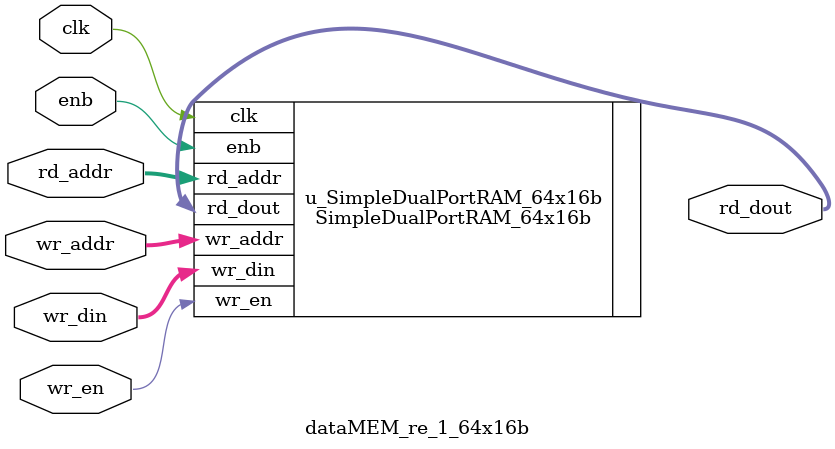
<source format=v>



`timescale 1 ns / 1 ns

module dataMEM_re_1_64x16b
          (
           clk,
           enb,
           wr_din,
           wr_addr,
           wr_en,
           rd_addr,
           rd_dout
          );


  input   clk;
  input   enb;
  input   signed [15:0] wr_din;  // sfix16
  input   [5:0] wr_addr;  // ufix6
  input   wr_en;  // ufix1
  input   [5:0] rd_addr;  // ufix6
  output  signed [15:0] rd_dout;  // sfix16




  SimpleDualPortRAM_64x16b   u_SimpleDualPortRAM_64x16b   (.clk(clk),
                                                           .enb(enb),
                                                           .wr_din(wr_din),  // sfix16
                                                           .wr_addr(wr_addr),  // ufix6
                                                           .wr_en(wr_en),  // ufix1
                                                           .rd_addr(rd_addr),  // ufix6
                                                           .rd_dout(rd_dout)  // sfix16
                                                           );

endmodule  // dataMEM_re_1_64x16b


</source>
